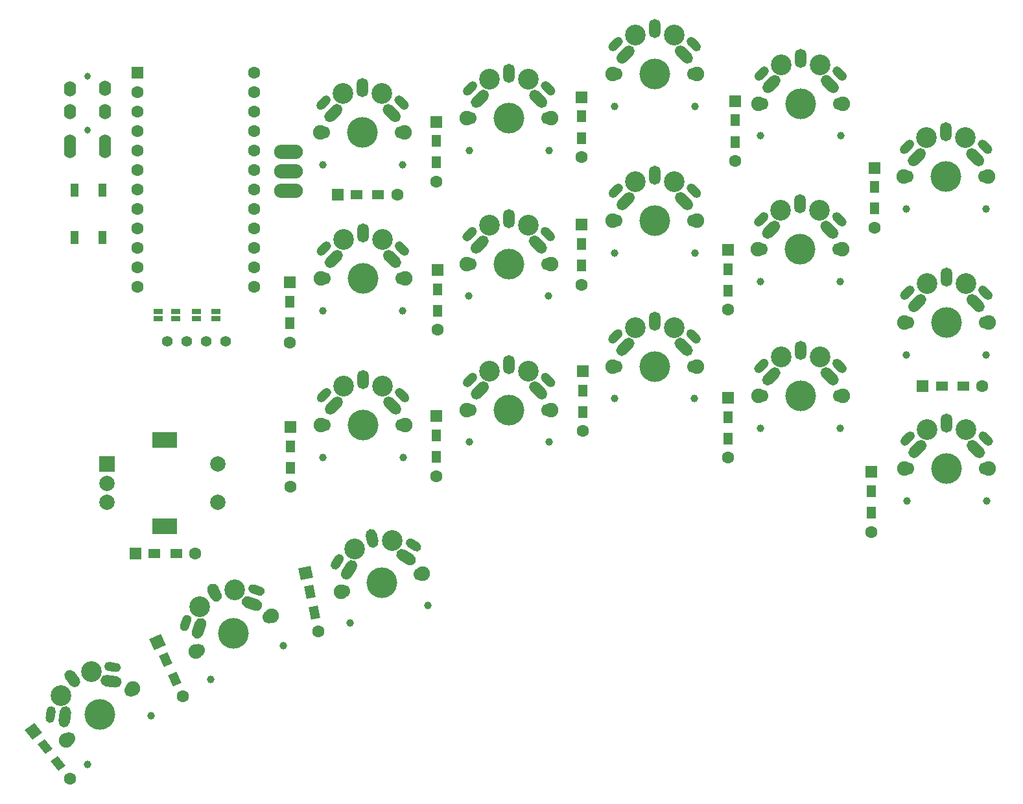
<source format=gbr>
%TF.GenerationSoftware,KiCad,Pcbnew,(5.1.7)-1*%
%TF.CreationDate,2021-07-07T20:11:58+05:30*%
%TF.ProjectId,Pteron36v0,50746572-6f6e-4333-9676-302e6b696361,rev?*%
%TF.SameCoordinates,Original*%
%TF.FileFunction,Soldermask,Bot*%
%TF.FilePolarity,Negative*%
%FSLAX46Y46*%
G04 Gerber Fmt 4.6, Leading zero omitted, Abs format (unit mm)*
G04 Created by KiCad (PCBNEW (5.1.7)-1) date 2021-07-07 20:11:58*
%MOMM*%
%LPD*%
G01*
G04 APERTURE LIST*
%ADD10C,1.000000*%
%ADD11C,2.700000*%
%ADD12C,1.700000*%
%ADD13C,4.000000*%
%ADD14C,1.900000*%
%ADD15O,1.500000X2.500000*%
%ADD16O,1.600000X2.000000*%
%ADD17C,0.800000*%
%ADD18C,1.600000*%
%ADD19R,1.600000X1.600000*%
%ADD20R,2.000000X2.000000*%
%ADD21C,2.000000*%
%ADD22R,3.200000X2.000000*%
%ADD23R,1.600000X1.200000*%
%ADD24R,1.100000X1.800000*%
%ADD25O,3.759200X1.879600*%
%ADD26R,1.200000X1.600000*%
%ADD27C,0.100000*%
%ADD28R,1.270000X0.635000*%
%ADD29C,1.397000*%
G04 APERTURE END LIST*
D10*
%TO.C,SW13*%
X173339050Y-72444902D03*
D11*
X181099050Y-63164902D03*
X176019050Y-63164902D03*
G36*
G01*
X181379101Y-64714953D02*
X181379101Y-64714953D01*
G75*
G02*
X182439761Y-64714953I530330J-530330D01*
G01*
X183358999Y-65634191D01*
G75*
G02*
X183358999Y-66694851I-530330J-530330D01*
G01*
X183358999Y-66694851D01*
G75*
G02*
X182298339Y-66694851I-530330J530330D01*
G01*
X181379101Y-65775613D01*
G75*
G02*
X181379101Y-64714953I530330J530330D01*
G01*
G37*
D12*
X183639050Y-68244902D03*
X173479050Y-68244902D03*
D13*
X178559050Y-68244902D03*
G36*
G01*
X173759101Y-66694851D02*
X173759101Y-66694851D01*
G75*
G02*
X173759101Y-65634191I530330J530330D01*
G01*
X174678339Y-64714953D01*
G75*
G02*
X175738999Y-64714953I530330J-530330D01*
G01*
X175738999Y-64714953D01*
G75*
G02*
X175738999Y-65775613I-530330J-530330D01*
G01*
X174819761Y-66694851D01*
G75*
G02*
X173759101Y-66694851I-530330J530330D01*
G01*
G37*
D14*
X173059050Y-68244902D03*
X184059050Y-68244902D03*
G36*
G01*
X172681233Y-65122719D02*
X172681233Y-65122719D01*
G75*
G02*
X172681233Y-64274191I424264J424264D01*
G01*
X173388339Y-63567085D01*
G75*
G02*
X174236867Y-63567085I424264J-424264D01*
G01*
X174236867Y-63567085D01*
G75*
G02*
X174236867Y-64415613I-424264J-424264D01*
G01*
X173529761Y-65122719D01*
G75*
G02*
X172681233Y-65122719I-424264J424264D01*
G01*
G37*
G36*
G01*
X182881233Y-63567085D02*
X182881233Y-63567085D01*
G75*
G02*
X183729761Y-63567085I424264J-424264D01*
G01*
X184436867Y-64274191D01*
G75*
G02*
X184436867Y-65122719I-424264J-424264D01*
G01*
X184436867Y-65122719D01*
G75*
G02*
X183588339Y-65122719I-424264J424264D01*
G01*
X182881233Y-64415613D01*
G75*
G02*
X182881233Y-63567085I424264J424264D01*
G01*
G37*
D15*
X178559050Y-62344902D03*
D10*
X183779050Y-72444902D03*
%TD*%
%TO.C,SW8*%
X192416781Y-82021391D03*
D11*
X200176781Y-72741391D03*
X195096781Y-72741391D03*
G36*
G01*
X200456832Y-74291442D02*
X200456832Y-74291442D01*
G75*
G02*
X201517492Y-74291442I530330J-530330D01*
G01*
X202436730Y-75210680D01*
G75*
G02*
X202436730Y-76271340I-530330J-530330D01*
G01*
X202436730Y-76271340D01*
G75*
G02*
X201376070Y-76271340I-530330J530330D01*
G01*
X200456832Y-75352102D01*
G75*
G02*
X200456832Y-74291442I530330J530330D01*
G01*
G37*
D12*
X202716781Y-77821391D03*
X192556781Y-77821391D03*
D13*
X197636781Y-77821391D03*
G36*
G01*
X192836832Y-76271340D02*
X192836832Y-76271340D01*
G75*
G02*
X192836832Y-75210680I530330J530330D01*
G01*
X193756070Y-74291442D01*
G75*
G02*
X194816730Y-74291442I530330J-530330D01*
G01*
X194816730Y-74291442D01*
G75*
G02*
X194816730Y-75352102I-530330J-530330D01*
G01*
X193897492Y-76271340D01*
G75*
G02*
X192836832Y-76271340I-530330J530330D01*
G01*
G37*
D14*
X192136781Y-77821391D03*
X203136781Y-77821391D03*
G36*
G01*
X191758964Y-74699208D02*
X191758964Y-74699208D01*
G75*
G02*
X191758964Y-73850680I424264J424264D01*
G01*
X192466070Y-73143574D01*
G75*
G02*
X193314598Y-73143574I424264J-424264D01*
G01*
X193314598Y-73143574D01*
G75*
G02*
X193314598Y-73992102I-424264J-424264D01*
G01*
X192607492Y-74699208D01*
G75*
G02*
X191758964Y-74699208I-424264J424264D01*
G01*
G37*
G36*
G01*
X201958964Y-73143574D02*
X201958964Y-73143574D01*
G75*
G02*
X202807492Y-73143574I424264J-424264D01*
G01*
X203514598Y-73850680D01*
G75*
G02*
X203514598Y-74699208I-424264J-424264D01*
G01*
X203514598Y-74699208D01*
G75*
G02*
X202666070Y-74699208I-424264J424264D01*
G01*
X201958964Y-73992102D01*
G75*
G02*
X201958964Y-73143574I424264J424264D01*
G01*
G37*
D15*
X197636781Y-71921391D03*
D10*
X202856781Y-82021391D03*
%TD*%
%TO.C,SW7*%
X192373133Y-62986490D03*
D11*
X200133133Y-53706490D03*
X195053133Y-53706490D03*
G36*
G01*
X200413184Y-55256541D02*
X200413184Y-55256541D01*
G75*
G02*
X201473844Y-55256541I530330J-530330D01*
G01*
X202393082Y-56175779D01*
G75*
G02*
X202393082Y-57236439I-530330J-530330D01*
G01*
X202393082Y-57236439D01*
G75*
G02*
X201332422Y-57236439I-530330J530330D01*
G01*
X200413184Y-56317201D01*
G75*
G02*
X200413184Y-55256541I530330J530330D01*
G01*
G37*
D12*
X202673133Y-58786490D03*
X192513133Y-58786490D03*
D13*
X197593133Y-58786490D03*
G36*
G01*
X192793184Y-57236439D02*
X192793184Y-57236439D01*
G75*
G02*
X192793184Y-56175779I530330J530330D01*
G01*
X193712422Y-55256541D01*
G75*
G02*
X194773082Y-55256541I530330J-530330D01*
G01*
X194773082Y-55256541D01*
G75*
G02*
X194773082Y-56317201I-530330J-530330D01*
G01*
X193853844Y-57236439D01*
G75*
G02*
X192793184Y-57236439I-530330J530330D01*
G01*
G37*
D14*
X192093133Y-58786490D03*
X203093133Y-58786490D03*
G36*
G01*
X191715316Y-55664307D02*
X191715316Y-55664307D01*
G75*
G02*
X191715316Y-54815779I424264J424264D01*
G01*
X192422422Y-54108673D01*
G75*
G02*
X193270950Y-54108673I424264J-424264D01*
G01*
X193270950Y-54108673D01*
G75*
G02*
X193270950Y-54957201I-424264J-424264D01*
G01*
X192563844Y-55664307D01*
G75*
G02*
X191715316Y-55664307I-424264J424264D01*
G01*
G37*
G36*
G01*
X201915316Y-54108673D02*
X201915316Y-54108673D01*
G75*
G02*
X202763844Y-54108673I424264J-424264D01*
G01*
X203470950Y-54815779D01*
G75*
G02*
X203470950Y-55664307I-424264J-424264D01*
G01*
X203470950Y-55664307D01*
G75*
G02*
X202622422Y-55664307I-424264J424264D01*
G01*
X201915316Y-54957201D01*
G75*
G02*
X201915316Y-54108673I424264J424264D01*
G01*
G37*
D15*
X197593133Y-52886490D03*
D10*
X202813133Y-62986490D03*
%TD*%
%TO.C,SW12*%
X173385960Y-53434275D03*
D11*
X181145960Y-44154275D03*
X176065960Y-44154275D03*
G36*
G01*
X181426011Y-45704326D02*
X181426011Y-45704326D01*
G75*
G02*
X182486671Y-45704326I530330J-530330D01*
G01*
X183405909Y-46623564D01*
G75*
G02*
X183405909Y-47684224I-530330J-530330D01*
G01*
X183405909Y-47684224D01*
G75*
G02*
X182345249Y-47684224I-530330J530330D01*
G01*
X181426011Y-46764986D01*
G75*
G02*
X181426011Y-45704326I530330J530330D01*
G01*
G37*
D12*
X183685960Y-49234275D03*
X173525960Y-49234275D03*
D13*
X178605960Y-49234275D03*
G36*
G01*
X173806011Y-47684224D02*
X173806011Y-47684224D01*
G75*
G02*
X173806011Y-46623564I530330J530330D01*
G01*
X174725249Y-45704326D01*
G75*
G02*
X175785909Y-45704326I530330J-530330D01*
G01*
X175785909Y-45704326D01*
G75*
G02*
X175785909Y-46764986I-530330J-530330D01*
G01*
X174866671Y-47684224D01*
G75*
G02*
X173806011Y-47684224I-530330J530330D01*
G01*
G37*
D14*
X173105960Y-49234275D03*
X184105960Y-49234275D03*
G36*
G01*
X172728143Y-46112092D02*
X172728143Y-46112092D01*
G75*
G02*
X172728143Y-45263564I424264J424264D01*
G01*
X173435249Y-44556458D01*
G75*
G02*
X174283777Y-44556458I424264J-424264D01*
G01*
X174283777Y-44556458D01*
G75*
G02*
X174283777Y-45404986I-424264J-424264D01*
G01*
X173576671Y-46112092D01*
G75*
G02*
X172728143Y-46112092I-424264J424264D01*
G01*
G37*
G36*
G01*
X182928143Y-44556458D02*
X182928143Y-44556458D01*
G75*
G02*
X183776671Y-44556458I424264J-424264D01*
G01*
X184483777Y-45263564D01*
G75*
G02*
X184483777Y-46112092I-424264J-424264D01*
G01*
X184483777Y-46112092D01*
G75*
G02*
X183635249Y-46112092I-424264J424264D01*
G01*
X182928143Y-45404986D01*
G75*
G02*
X182928143Y-44556458I424264J424264D01*
G01*
G37*
D15*
X178605960Y-43334275D03*
D10*
X183825960Y-53434275D03*
%TD*%
%TO.C,SW22*%
X135307926Y-55363438D03*
D11*
X143067926Y-46083438D03*
X137987926Y-46083438D03*
G36*
G01*
X143347977Y-47633489D02*
X143347977Y-47633489D01*
G75*
G02*
X144408637Y-47633489I530330J-530330D01*
G01*
X145327875Y-48552727D01*
G75*
G02*
X145327875Y-49613387I-530330J-530330D01*
G01*
X145327875Y-49613387D01*
G75*
G02*
X144267215Y-49613387I-530330J530330D01*
G01*
X143347977Y-48694149D01*
G75*
G02*
X143347977Y-47633489I530330J530330D01*
G01*
G37*
D12*
X145607926Y-51163438D03*
X135447926Y-51163438D03*
D13*
X140527926Y-51163438D03*
G36*
G01*
X135727977Y-49613387D02*
X135727977Y-49613387D01*
G75*
G02*
X135727977Y-48552727I530330J530330D01*
G01*
X136647215Y-47633489D01*
G75*
G02*
X137707875Y-47633489I530330J-530330D01*
G01*
X137707875Y-47633489D01*
G75*
G02*
X137707875Y-48694149I-530330J-530330D01*
G01*
X136788637Y-49613387D01*
G75*
G02*
X135727977Y-49613387I-530330J530330D01*
G01*
G37*
D14*
X135027926Y-51163438D03*
X146027926Y-51163438D03*
G36*
G01*
X134650109Y-48041255D02*
X134650109Y-48041255D01*
G75*
G02*
X134650109Y-47192727I424264J424264D01*
G01*
X135357215Y-46485621D01*
G75*
G02*
X136205743Y-46485621I424264J-424264D01*
G01*
X136205743Y-46485621D01*
G75*
G02*
X136205743Y-47334149I-424264J-424264D01*
G01*
X135498637Y-48041255D01*
G75*
G02*
X134650109Y-48041255I-424264J424264D01*
G01*
G37*
G36*
G01*
X144850109Y-46485621D02*
X144850109Y-46485621D01*
G75*
G02*
X145698637Y-46485621I424264J-424264D01*
G01*
X146405743Y-47192727D01*
G75*
G02*
X146405743Y-48041255I-424264J-424264D01*
G01*
X146405743Y-48041255D01*
G75*
G02*
X145557215Y-48041255I-424264J424264D01*
G01*
X144850109Y-47334149D01*
G75*
G02*
X144850109Y-46485621I424264J424264D01*
G01*
G37*
D15*
X140527926Y-45263438D03*
D10*
X145747926Y-55363438D03*
%TD*%
%TO.C,SW26*%
X116174232Y-57224690D03*
D11*
X123934232Y-47944690D03*
X118854232Y-47944690D03*
G36*
G01*
X124214283Y-49494741D02*
X124214283Y-49494741D01*
G75*
G02*
X125274943Y-49494741I530330J-530330D01*
G01*
X126194181Y-50413979D01*
G75*
G02*
X126194181Y-51474639I-530330J-530330D01*
G01*
X126194181Y-51474639D01*
G75*
G02*
X125133521Y-51474639I-530330J530330D01*
G01*
X124214283Y-50555401D01*
G75*
G02*
X124214283Y-49494741I530330J530330D01*
G01*
G37*
D12*
X126474232Y-53024690D03*
X116314232Y-53024690D03*
D13*
X121394232Y-53024690D03*
G36*
G01*
X116594283Y-51474639D02*
X116594283Y-51474639D01*
G75*
G02*
X116594283Y-50413979I530330J530330D01*
G01*
X117513521Y-49494741D01*
G75*
G02*
X118574181Y-49494741I530330J-530330D01*
G01*
X118574181Y-49494741D01*
G75*
G02*
X118574181Y-50555401I-530330J-530330D01*
G01*
X117654943Y-51474639D01*
G75*
G02*
X116594283Y-51474639I-530330J530330D01*
G01*
G37*
D14*
X115894232Y-53024690D03*
X126894232Y-53024690D03*
G36*
G01*
X115516415Y-49902507D02*
X115516415Y-49902507D01*
G75*
G02*
X115516415Y-49053979I424264J424264D01*
G01*
X116223521Y-48346873D01*
G75*
G02*
X117072049Y-48346873I424264J-424264D01*
G01*
X117072049Y-48346873D01*
G75*
G02*
X117072049Y-49195401I-424264J-424264D01*
G01*
X116364943Y-49902507D01*
G75*
G02*
X115516415Y-49902507I-424264J424264D01*
G01*
G37*
G36*
G01*
X125716415Y-48346873D02*
X125716415Y-48346873D01*
G75*
G02*
X126564943Y-48346873I424264J-424264D01*
G01*
X127272049Y-49053979D01*
G75*
G02*
X127272049Y-49902507I-424264J-424264D01*
G01*
X127272049Y-49902507D01*
G75*
G02*
X126423521Y-49902507I-424264J424264D01*
G01*
X125716415Y-49195401D01*
G75*
G02*
X125716415Y-48346873I424264J424264D01*
G01*
G37*
D15*
X121394232Y-47124690D03*
D10*
X126614232Y-57224690D03*
%TD*%
%TO.C,SW28*%
X116237254Y-95385035D03*
D11*
X123997254Y-86105035D03*
X118917254Y-86105035D03*
G36*
G01*
X124277305Y-87655086D02*
X124277305Y-87655086D01*
G75*
G02*
X125337965Y-87655086I530330J-530330D01*
G01*
X126257203Y-88574324D01*
G75*
G02*
X126257203Y-89634984I-530330J-530330D01*
G01*
X126257203Y-89634984D01*
G75*
G02*
X125196543Y-89634984I-530330J530330D01*
G01*
X124277305Y-88715746D01*
G75*
G02*
X124277305Y-87655086I530330J530330D01*
G01*
G37*
D12*
X126537254Y-91185035D03*
X116377254Y-91185035D03*
D13*
X121457254Y-91185035D03*
G36*
G01*
X116657305Y-89634984D02*
X116657305Y-89634984D01*
G75*
G02*
X116657305Y-88574324I530330J530330D01*
G01*
X117576543Y-87655086D01*
G75*
G02*
X118637203Y-87655086I530330J-530330D01*
G01*
X118637203Y-87655086D01*
G75*
G02*
X118637203Y-88715746I-530330J-530330D01*
G01*
X117717965Y-89634984D01*
G75*
G02*
X116657305Y-89634984I-530330J530330D01*
G01*
G37*
D14*
X115957254Y-91185035D03*
X126957254Y-91185035D03*
G36*
G01*
X115579437Y-88062852D02*
X115579437Y-88062852D01*
G75*
G02*
X115579437Y-87214324I424264J424264D01*
G01*
X116286543Y-86507218D01*
G75*
G02*
X117135071Y-86507218I424264J-424264D01*
G01*
X117135071Y-86507218D01*
G75*
G02*
X117135071Y-87355746I-424264J-424264D01*
G01*
X116427965Y-88062852D01*
G75*
G02*
X115579437Y-88062852I-424264J424264D01*
G01*
G37*
G36*
G01*
X125779437Y-86507218D02*
X125779437Y-86507218D01*
G75*
G02*
X126627965Y-86507218I424264J-424264D01*
G01*
X127335071Y-87214324D01*
G75*
G02*
X127335071Y-88062852I-424264J-424264D01*
G01*
X127335071Y-88062852D01*
G75*
G02*
X126486543Y-88062852I-424264J424264D01*
G01*
X125779437Y-87355746D01*
G75*
G02*
X125779437Y-86507218I424264J424264D01*
G01*
G37*
D15*
X121457254Y-85285035D03*
D10*
X126677254Y-95385035D03*
%TD*%
%TO.C,SW27*%
X116217875Y-76259585D03*
D11*
X123977875Y-66979585D03*
X118897875Y-66979585D03*
G36*
G01*
X124257926Y-68529636D02*
X124257926Y-68529636D01*
G75*
G02*
X125318586Y-68529636I530330J-530330D01*
G01*
X126237824Y-69448874D01*
G75*
G02*
X126237824Y-70509534I-530330J-530330D01*
G01*
X126237824Y-70509534D01*
G75*
G02*
X125177164Y-70509534I-530330J530330D01*
G01*
X124257926Y-69590296D01*
G75*
G02*
X124257926Y-68529636I530330J530330D01*
G01*
G37*
D12*
X126517875Y-72059585D03*
X116357875Y-72059585D03*
D13*
X121437875Y-72059585D03*
G36*
G01*
X116637926Y-70509534D02*
X116637926Y-70509534D01*
G75*
G02*
X116637926Y-69448874I530330J530330D01*
G01*
X117557164Y-68529636D01*
G75*
G02*
X118617824Y-68529636I530330J-530330D01*
G01*
X118617824Y-68529636D01*
G75*
G02*
X118617824Y-69590296I-530330J-530330D01*
G01*
X117698586Y-70509534D01*
G75*
G02*
X116637926Y-70509534I-530330J530330D01*
G01*
G37*
D14*
X115937875Y-72059585D03*
X126937875Y-72059585D03*
G36*
G01*
X115560058Y-68937402D02*
X115560058Y-68937402D01*
G75*
G02*
X115560058Y-68088874I424264J424264D01*
G01*
X116267164Y-67381768D01*
G75*
G02*
X117115692Y-67381768I424264J-424264D01*
G01*
X117115692Y-67381768D01*
G75*
G02*
X117115692Y-68230296I-424264J-424264D01*
G01*
X116408586Y-68937402D01*
G75*
G02*
X115560058Y-68937402I-424264J424264D01*
G01*
G37*
G36*
G01*
X125760058Y-67381768D02*
X125760058Y-67381768D01*
G75*
G02*
X126608586Y-67381768I424264J-424264D01*
G01*
X127315692Y-68088874D01*
G75*
G02*
X127315692Y-68937402I-424264J-424264D01*
G01*
X127315692Y-68937402D01*
G75*
G02*
X126467164Y-68937402I-424264J424264D01*
G01*
X125760058Y-68230296D01*
G75*
G02*
X125760058Y-67381768I424264J424264D01*
G01*
G37*
D15*
X121437875Y-66159585D03*
D10*
X126657875Y-76259585D03*
%TD*%
%TO.C,SW24*%
X135304659Y-93408960D03*
D11*
X143064659Y-84128960D03*
X137984659Y-84128960D03*
G36*
G01*
X143344710Y-85679011D02*
X143344710Y-85679011D01*
G75*
G02*
X144405370Y-85679011I530330J-530330D01*
G01*
X145324608Y-86598249D01*
G75*
G02*
X145324608Y-87658909I-530330J-530330D01*
G01*
X145324608Y-87658909D01*
G75*
G02*
X144263948Y-87658909I-530330J530330D01*
G01*
X143344710Y-86739671D01*
G75*
G02*
X143344710Y-85679011I530330J530330D01*
G01*
G37*
D12*
X145604659Y-89208960D03*
X135444659Y-89208960D03*
D13*
X140524659Y-89208960D03*
G36*
G01*
X135724710Y-87658909D02*
X135724710Y-87658909D01*
G75*
G02*
X135724710Y-86598249I530330J530330D01*
G01*
X136643948Y-85679011D01*
G75*
G02*
X137704608Y-85679011I530330J-530330D01*
G01*
X137704608Y-85679011D01*
G75*
G02*
X137704608Y-86739671I-530330J-530330D01*
G01*
X136785370Y-87658909D01*
G75*
G02*
X135724710Y-87658909I-530330J530330D01*
G01*
G37*
D14*
X135024659Y-89208960D03*
X146024659Y-89208960D03*
G36*
G01*
X134646842Y-86086777D02*
X134646842Y-86086777D01*
G75*
G02*
X134646842Y-85238249I424264J424264D01*
G01*
X135353948Y-84531143D01*
G75*
G02*
X136202476Y-84531143I424264J-424264D01*
G01*
X136202476Y-84531143D01*
G75*
G02*
X136202476Y-85379671I-424264J-424264D01*
G01*
X135495370Y-86086777D01*
G75*
G02*
X134646842Y-86086777I-424264J424264D01*
G01*
G37*
G36*
G01*
X144846842Y-84531143D02*
X144846842Y-84531143D01*
G75*
G02*
X145695370Y-84531143I424264J-424264D01*
G01*
X146402476Y-85238249D01*
G75*
G02*
X146402476Y-86086777I-424264J-424264D01*
G01*
X146402476Y-86086777D01*
G75*
G02*
X145553948Y-86086777I-424264J424264D01*
G01*
X144846842Y-85379671D01*
G75*
G02*
X144846842Y-84531143I424264J424264D01*
G01*
G37*
D15*
X140524659Y-83308960D03*
D10*
X145744659Y-93408960D03*
%TD*%
%TO.C,SW23*%
X135261015Y-74374064D03*
D11*
X143021015Y-65094064D03*
X137941015Y-65094064D03*
G36*
G01*
X143301066Y-66644115D02*
X143301066Y-66644115D01*
G75*
G02*
X144361726Y-66644115I530330J-530330D01*
G01*
X145280964Y-67563353D01*
G75*
G02*
X145280964Y-68624013I-530330J-530330D01*
G01*
X145280964Y-68624013D01*
G75*
G02*
X144220304Y-68624013I-530330J530330D01*
G01*
X143301066Y-67704775D01*
G75*
G02*
X143301066Y-66644115I530330J530330D01*
G01*
G37*
D12*
X145561015Y-70174064D03*
X135401015Y-70174064D03*
D13*
X140481015Y-70174064D03*
G36*
G01*
X135681066Y-68624013D02*
X135681066Y-68624013D01*
G75*
G02*
X135681066Y-67563353I530330J530330D01*
G01*
X136600304Y-66644115D01*
G75*
G02*
X137660964Y-66644115I530330J-530330D01*
G01*
X137660964Y-66644115D01*
G75*
G02*
X137660964Y-67704775I-530330J-530330D01*
G01*
X136741726Y-68624013D01*
G75*
G02*
X135681066Y-68624013I-530330J530330D01*
G01*
G37*
D14*
X134981015Y-70174064D03*
X145981015Y-70174064D03*
G36*
G01*
X134603198Y-67051881D02*
X134603198Y-67051881D01*
G75*
G02*
X134603198Y-66203353I424264J424264D01*
G01*
X135310304Y-65496247D01*
G75*
G02*
X136158832Y-65496247I424264J-424264D01*
G01*
X136158832Y-65496247D01*
G75*
G02*
X136158832Y-66344775I-424264J-424264D01*
G01*
X135451726Y-67051881D01*
G75*
G02*
X134603198Y-67051881I-424264J424264D01*
G01*
G37*
G36*
G01*
X144803198Y-65496247D02*
X144803198Y-65496247D01*
G75*
G02*
X145651726Y-65496247I424264J-424264D01*
G01*
X146358832Y-66203353D01*
G75*
G02*
X146358832Y-67051881I-424264J-424264D01*
G01*
X146358832Y-67051881D01*
G75*
G02*
X145510304Y-67051881I-424264J424264D01*
G01*
X144803198Y-66344775D01*
G75*
G02*
X144803198Y-65496247I424264J424264D01*
G01*
G37*
D15*
X140481015Y-64274064D03*
D10*
X145701015Y-74374064D03*
%TD*%
%TO.C,SW20*%
X85489949Y-135457668D03*
D11*
X85997064Y-123371360D03*
X81966829Y-126463868D03*
G36*
G01*
X87162854Y-124430613D02*
X87162854Y-124430613D01*
G75*
G02*
X88004333Y-123784924I743584J-97895D01*
G01*
X89293211Y-123954608D01*
G75*
G02*
X89938900Y-124796087I-97895J-743584D01*
G01*
X89938900Y-124796087D01*
G75*
G02*
X89097421Y-125441776I-743584J97895D01*
G01*
X87808543Y-125272092D01*
G75*
G02*
X87162854Y-124430613I97895J743584D01*
G01*
G37*
D12*
X91104690Y-125855341D03*
X83044220Y-132040357D03*
D13*
X87074455Y-128947849D03*
G36*
G01*
X82322788Y-130640136D02*
X82322788Y-130640136D01*
G75*
G02*
X81677099Y-129798657I97895J743584D01*
G01*
X81846783Y-128509779D01*
G75*
G02*
X82688262Y-127864090I743584J-97895D01*
G01*
X82688262Y-127864090D01*
G75*
G02*
X83333951Y-128705569I-97895J-743584D01*
G01*
X83164267Y-129994447D01*
G75*
G02*
X82322788Y-130640136I-743584J97895D01*
G01*
G37*
D14*
X82711012Y-132296037D03*
X91437898Y-125599661D03*
G36*
G01*
X80510604Y-130049043D02*
X80510604Y-130049043D01*
G75*
G02*
X79994053Y-129375860I78316J594867D01*
G01*
X80124579Y-128384416D01*
G75*
G02*
X80797762Y-127867865I594867J-78316D01*
G01*
X80797762Y-127867865D01*
G75*
G02*
X81314313Y-128541048I-78316J-594867D01*
G01*
X81183787Y-129532492D01*
G75*
G02*
X80510604Y-130049043I-594867J78316D01*
G01*
G37*
G36*
G01*
X87655798Y-122605509D02*
X87655798Y-122605509D01*
G75*
G02*
X88328981Y-122088958I594867J-78316D01*
G01*
X89320425Y-122219484D01*
G75*
G02*
X89836976Y-122892667I-78316J-594867D01*
G01*
X89836976Y-122892667D01*
G75*
G02*
X89163793Y-123409218I-594867J78316D01*
G01*
X88172349Y-123278692D01*
G75*
G02*
X87655798Y-122605509I78316J594867D01*
G01*
G37*
G36*
G01*
X84243715Y-125258756D02*
X84243715Y-125258756D01*
G75*
G02*
X83192129Y-125120312I-456571J595015D01*
G01*
X82583367Y-124326958D01*
G75*
G02*
X82721811Y-123275372I595015J456571D01*
G01*
X82721811Y-123275372D01*
G75*
G02*
X83773397Y-123413816I456571J-595015D01*
G01*
X84382159Y-124207170D01*
G75*
G02*
X84243715Y-125258756I-595015J-456571D01*
G01*
G37*
D10*
X93772557Y-129102198D03*
%TD*%
%TO.C,SW19*%
X154297991Y-87724865D03*
D11*
X162057991Y-78444865D03*
X156977991Y-78444865D03*
G36*
G01*
X162338042Y-79994916D02*
X162338042Y-79994916D01*
G75*
G02*
X163398702Y-79994916I530330J-530330D01*
G01*
X164317940Y-80914154D01*
G75*
G02*
X164317940Y-81974814I-530330J-530330D01*
G01*
X164317940Y-81974814D01*
G75*
G02*
X163257280Y-81974814I-530330J530330D01*
G01*
X162338042Y-81055576D01*
G75*
G02*
X162338042Y-79994916I530330J530330D01*
G01*
G37*
D12*
X164597991Y-83524865D03*
X154437991Y-83524865D03*
D13*
X159517991Y-83524865D03*
G36*
G01*
X154718042Y-81974814D02*
X154718042Y-81974814D01*
G75*
G02*
X154718042Y-80914154I530330J530330D01*
G01*
X155637280Y-79994916D01*
G75*
G02*
X156697940Y-79994916I530330J-530330D01*
G01*
X156697940Y-79994916D01*
G75*
G02*
X156697940Y-81055576I-530330J-530330D01*
G01*
X155778702Y-81974814D01*
G75*
G02*
X154718042Y-81974814I-530330J530330D01*
G01*
G37*
D14*
X154017991Y-83524865D03*
X165017991Y-83524865D03*
G36*
G01*
X153640174Y-80402682D02*
X153640174Y-80402682D01*
G75*
G02*
X153640174Y-79554154I424264J424264D01*
G01*
X154347280Y-78847048D01*
G75*
G02*
X155195808Y-78847048I424264J-424264D01*
G01*
X155195808Y-78847048D01*
G75*
G02*
X155195808Y-79695576I-424264J-424264D01*
G01*
X154488702Y-80402682D01*
G75*
G02*
X153640174Y-80402682I-424264J424264D01*
G01*
G37*
G36*
G01*
X163840174Y-78847048D02*
X163840174Y-78847048D01*
G75*
G02*
X164688702Y-78847048I424264J-424264D01*
G01*
X165395808Y-79554154D01*
G75*
G02*
X165395808Y-80402682I-424264J-424264D01*
G01*
X165395808Y-80402682D01*
G75*
G02*
X164547280Y-80402682I-424264J424264D01*
G01*
X163840174Y-79695576D01*
G75*
G02*
X163840174Y-78847048I424264J424264D01*
G01*
G37*
D15*
X159517991Y-77624865D03*
D10*
X164737991Y-87724865D03*
%TD*%
%TO.C,SW18*%
X154344908Y-68714237D03*
D11*
X162104908Y-59434237D03*
X157024908Y-59434237D03*
G36*
G01*
X162384959Y-60984288D02*
X162384959Y-60984288D01*
G75*
G02*
X163445619Y-60984288I530330J-530330D01*
G01*
X164364857Y-61903526D01*
G75*
G02*
X164364857Y-62964186I-530330J-530330D01*
G01*
X164364857Y-62964186D01*
G75*
G02*
X163304197Y-62964186I-530330J530330D01*
G01*
X162384959Y-62044948D01*
G75*
G02*
X162384959Y-60984288I530330J530330D01*
G01*
G37*
D12*
X164644908Y-64514237D03*
X154484908Y-64514237D03*
D13*
X159564908Y-64514237D03*
G36*
G01*
X154764959Y-62964186D02*
X154764959Y-62964186D01*
G75*
G02*
X154764959Y-61903526I530330J530330D01*
G01*
X155684197Y-60984288D01*
G75*
G02*
X156744857Y-60984288I530330J-530330D01*
G01*
X156744857Y-60984288D01*
G75*
G02*
X156744857Y-62044948I-530330J-530330D01*
G01*
X155825619Y-62964186D01*
G75*
G02*
X154764959Y-62964186I-530330J530330D01*
G01*
G37*
D14*
X154064908Y-64514237D03*
X165064908Y-64514237D03*
G36*
G01*
X153687091Y-61392054D02*
X153687091Y-61392054D01*
G75*
G02*
X153687091Y-60543526I424264J424264D01*
G01*
X154394197Y-59836420D01*
G75*
G02*
X155242725Y-59836420I424264J-424264D01*
G01*
X155242725Y-59836420D01*
G75*
G02*
X155242725Y-60684948I-424264J-424264D01*
G01*
X154535619Y-61392054D01*
G75*
G02*
X153687091Y-61392054I-424264J424264D01*
G01*
G37*
G36*
G01*
X163887091Y-59836420D02*
X163887091Y-59836420D01*
G75*
G02*
X164735619Y-59836420I424264J-424264D01*
G01*
X165442725Y-60543526D01*
G75*
G02*
X165442725Y-61392054I-424264J-424264D01*
G01*
X165442725Y-61392054D01*
G75*
G02*
X164594197Y-61392054I-424264J424264D01*
G01*
X163887091Y-60684948D01*
G75*
G02*
X163887091Y-59836420I424264J424264D01*
G01*
G37*
D15*
X159564908Y-58614237D03*
D10*
X164784908Y-68714237D03*
%TD*%
%TO.C,SW17*%
X154325524Y-49588787D03*
D11*
X162085524Y-40308787D03*
X157005524Y-40308787D03*
G36*
G01*
X162365575Y-41858838D02*
X162365575Y-41858838D01*
G75*
G02*
X163426235Y-41858838I530330J-530330D01*
G01*
X164345473Y-42778076D01*
G75*
G02*
X164345473Y-43838736I-530330J-530330D01*
G01*
X164345473Y-43838736D01*
G75*
G02*
X163284813Y-43838736I-530330J530330D01*
G01*
X162365575Y-42919498D01*
G75*
G02*
X162365575Y-41858838I530330J530330D01*
G01*
G37*
D12*
X164625524Y-45388787D03*
X154465524Y-45388787D03*
D13*
X159545524Y-45388787D03*
G36*
G01*
X154745575Y-43838736D02*
X154745575Y-43838736D01*
G75*
G02*
X154745575Y-42778076I530330J530330D01*
G01*
X155664813Y-41858838D01*
G75*
G02*
X156725473Y-41858838I530330J-530330D01*
G01*
X156725473Y-41858838D01*
G75*
G02*
X156725473Y-42919498I-530330J-530330D01*
G01*
X155806235Y-43838736D01*
G75*
G02*
X154745575Y-43838736I-530330J530330D01*
G01*
G37*
D14*
X154045524Y-45388787D03*
X165045524Y-45388787D03*
G36*
G01*
X153667707Y-42266604D02*
X153667707Y-42266604D01*
G75*
G02*
X153667707Y-41418076I424264J424264D01*
G01*
X154374813Y-40710970D01*
G75*
G02*
X155223341Y-40710970I424264J-424264D01*
G01*
X155223341Y-40710970D01*
G75*
G02*
X155223341Y-41559498I-424264J-424264D01*
G01*
X154516235Y-42266604D01*
G75*
G02*
X153667707Y-42266604I-424264J424264D01*
G01*
G37*
G36*
G01*
X163867707Y-40710970D02*
X163867707Y-40710970D01*
G75*
G02*
X164716235Y-40710970I424264J-424264D01*
G01*
X165423341Y-41418076D01*
G75*
G02*
X165423341Y-42266604I-424264J-424264D01*
G01*
X165423341Y-42266604D01*
G75*
G02*
X164574813Y-42266604I-424264J424264D01*
G01*
X163867707Y-41559498D01*
G75*
G02*
X163867707Y-40710970I424264J424264D01*
G01*
G37*
D15*
X159545524Y-39488787D03*
D10*
X164765524Y-49588787D03*
%TD*%
%TO.C,SW15*%
X101601911Y-124407090D03*
D11*
X104712962Y-112717036D03*
X100108918Y-114863937D03*
G36*
G01*
X105621854Y-114003505D02*
X105621854Y-114003505D01*
G75*
G02*
X106583138Y-113555251I704769J-256515D01*
G01*
X107804738Y-113999877D01*
G75*
G02*
X108252992Y-114961161I-256515J-704769D01*
G01*
X108252992Y-114961161D01*
G75*
G02*
X107291708Y-115409415I-704769J256515D01*
G01*
X106070108Y-114964789D01*
G75*
G02*
X105621854Y-114003505I256515J704769D01*
G01*
G37*
D12*
X109161885Y-116247629D03*
X99953797Y-120541431D03*
D13*
X104557841Y-118394530D03*
G36*
G01*
X99552530Y-119018253D02*
X99552530Y-119018253D01*
G75*
G02*
X99104276Y-118056969I256515J704769D01*
G01*
X99548902Y-116835369D01*
G75*
G02*
X100510186Y-116387115I704769J-256515D01*
G01*
X100510186Y-116387115D01*
G75*
G02*
X100958440Y-117348399I-256515J-704769D01*
G01*
X100513814Y-118569999D01*
G75*
G02*
X99552530Y-119018253I-704769J256515D01*
G01*
G37*
D14*
X99573148Y-120718930D03*
X109542534Y-116070130D03*
G36*
G01*
X97911238Y-118048945D02*
X97911238Y-118048945D01*
G75*
G02*
X97552634Y-117279917I205212J563816D01*
G01*
X97894654Y-116340225D01*
G75*
G02*
X98663682Y-115981621I563816J-205212D01*
G01*
X98663682Y-115981621D01*
G75*
G02*
X99022286Y-116750649I-205212J-563816D01*
G01*
X98680266Y-117690341D01*
G75*
G02*
X97911238Y-118048945I-563816J205212D01*
G01*
G37*
G36*
G01*
X106498137Y-112328354D02*
X106498137Y-112328354D01*
G75*
G02*
X107267165Y-111969750I563816J-205212D01*
G01*
X108206857Y-112311770D01*
G75*
G02*
X108565461Y-113080798I-205212J-563816D01*
G01*
X108565461Y-113080798D01*
G75*
G02*
X107796433Y-113439402I-563816J205212D01*
G01*
X106856741Y-113097382D01*
G75*
G02*
X106498137Y-112328354I205212J563816D01*
G01*
G37*
G36*
G01*
X102592666Y-114180199D02*
X102592666Y-114180199D01*
G75*
G02*
X101595971Y-113817432I-316964J679731D01*
G01*
X101173353Y-112911124D01*
G75*
G02*
X101536120Y-111914429I679731J316964D01*
G01*
X101536120Y-111914429D01*
G75*
G02*
X102532815Y-112277196I316964J-679731D01*
G01*
X102955433Y-113183504D01*
G75*
G02*
X102592666Y-114180199I-679731J-316964D01*
G01*
G37*
D10*
X111063764Y-119994955D03*
%TD*%
%TO.C,SW14*%
X173358424Y-91570348D03*
D11*
X181118424Y-82290348D03*
X176038424Y-82290348D03*
G36*
G01*
X181398475Y-83840399D02*
X181398475Y-83840399D01*
G75*
G02*
X182459135Y-83840399I530330J-530330D01*
G01*
X183378373Y-84759637D01*
G75*
G02*
X183378373Y-85820297I-530330J-530330D01*
G01*
X183378373Y-85820297D01*
G75*
G02*
X182317713Y-85820297I-530330J530330D01*
G01*
X181398475Y-84901059D01*
G75*
G02*
X181398475Y-83840399I530330J530330D01*
G01*
G37*
D12*
X183658424Y-87370348D03*
X173498424Y-87370348D03*
D13*
X178578424Y-87370348D03*
G36*
G01*
X173778475Y-85820297D02*
X173778475Y-85820297D01*
G75*
G02*
X173778475Y-84759637I530330J530330D01*
G01*
X174697713Y-83840399D01*
G75*
G02*
X175758373Y-83840399I530330J-530330D01*
G01*
X175758373Y-83840399D01*
G75*
G02*
X175758373Y-84901059I-530330J-530330D01*
G01*
X174839135Y-85820297D01*
G75*
G02*
X173778475Y-85820297I-530330J530330D01*
G01*
G37*
D14*
X173078424Y-87370348D03*
X184078424Y-87370348D03*
G36*
G01*
X172700607Y-84248165D02*
X172700607Y-84248165D01*
G75*
G02*
X172700607Y-83399637I424264J424264D01*
G01*
X173407713Y-82692531D01*
G75*
G02*
X174256241Y-82692531I424264J-424264D01*
G01*
X174256241Y-82692531D01*
G75*
G02*
X174256241Y-83541059I-424264J-424264D01*
G01*
X173549135Y-84248165D01*
G75*
G02*
X172700607Y-84248165I-424264J424264D01*
G01*
G37*
G36*
G01*
X182900607Y-82692531D02*
X182900607Y-82692531D01*
G75*
G02*
X183749135Y-82692531I424264J-424264D01*
G01*
X184456241Y-83399637D01*
G75*
G02*
X184456241Y-84248165I-424264J-424264D01*
G01*
X184456241Y-84248165D01*
G75*
G02*
X183607713Y-84248165I-424264J424264D01*
G01*
X182900607Y-83541059D01*
G75*
G02*
X182900607Y-82692531I424264J424264D01*
G01*
G37*
D15*
X178578424Y-81470348D03*
D10*
X183798424Y-91570348D03*
%TD*%
%TO.C,SW10*%
X119721410Y-116968849D03*
D11*
X125288908Y-106229251D03*
X120329324Y-107328764D03*
G36*
G01*
X125897812Y-107681944D02*
X125897812Y-107681944D01*
G75*
G02*
X126933331Y-107452375I632544J-402975D01*
G01*
X128029739Y-108150865D01*
G75*
G02*
X128259308Y-109186384I-402975J-632544D01*
G01*
X128259308Y-109186384D01*
G75*
G02*
X127223789Y-109415953I-632544J402975D01*
G01*
X126127381Y-108717463D01*
G75*
G02*
X125897812Y-107681944I402975J632544D01*
G01*
G37*
D12*
X128868213Y-110639078D03*
X118949045Y-112838104D03*
D13*
X123908629Y-111738591D03*
G36*
G01*
X118886965Y-111264182D02*
X118886965Y-111264182D01*
G75*
G02*
X118657396Y-110228663I402975J632544D01*
G01*
X119355886Y-109132255D01*
G75*
G02*
X120391405Y-108902686I632544J-402975D01*
G01*
X120391405Y-108902686D01*
G75*
G02*
X120620974Y-109938205I-402975J-632544D01*
G01*
X119922484Y-111034613D01*
G75*
G02*
X118886965Y-111264182I-632544J402975D01*
G01*
G37*
D14*
X118539001Y-112929009D03*
X129278257Y-110548173D03*
G36*
G01*
X117494375Y-109962610D02*
X117494375Y-109962610D01*
G75*
G02*
X117310720Y-109134195I322380J506035D01*
G01*
X117848020Y-108290803D01*
G75*
G02*
X118676435Y-108107148I506035J-322380D01*
G01*
X118676435Y-108107148D01*
G75*
G02*
X118860090Y-108935563I-322380J-506035D01*
G01*
X118322790Y-109778955D01*
G75*
G02*
X117494375Y-109962610I-506035J322380D01*
G01*
G37*
G36*
G01*
X127115893Y-106236165D02*
X127115893Y-106236165D01*
G75*
G02*
X127944308Y-106052510I506035J-322380D01*
G01*
X128787700Y-106589810D01*
G75*
G02*
X128971355Y-107418225I-322380J-506035D01*
G01*
X128971355Y-107418225D01*
G75*
G02*
X128142940Y-107601880I-506035J322380D01*
G01*
X127299548Y-107064580D01*
G75*
G02*
X127115893Y-106236165I322380J506035D01*
G01*
G37*
G36*
G01*
X122902185Y-107198815D02*
X122902185Y-107198815D01*
G75*
G02*
X122007633Y-106628923I-162330J732222D01*
G01*
X121791193Y-105652627D01*
G75*
G02*
X122361085Y-104758075I732222J162330D01*
G01*
X122361085Y-104758075D01*
G75*
G02*
X123255637Y-105327967I162330J-732222D01*
G01*
X123472077Y-106304263D01*
G75*
G02*
X122902185Y-107198815I-732222J-162330D01*
G01*
G37*
D10*
X129913941Y-114709219D03*
%TD*%
%TO.C,SW9*%
X192460423Y-101056291D03*
D11*
X200220423Y-91776291D03*
X195140423Y-91776291D03*
G36*
G01*
X200500474Y-93326342D02*
X200500474Y-93326342D01*
G75*
G02*
X201561134Y-93326342I530330J-530330D01*
G01*
X202480372Y-94245580D01*
G75*
G02*
X202480372Y-95306240I-530330J-530330D01*
G01*
X202480372Y-95306240D01*
G75*
G02*
X201419712Y-95306240I-530330J530330D01*
G01*
X200500474Y-94387002D01*
G75*
G02*
X200500474Y-93326342I530330J530330D01*
G01*
G37*
D12*
X202760423Y-96856291D03*
X192600423Y-96856291D03*
D13*
X197680423Y-96856291D03*
G36*
G01*
X192880474Y-95306240D02*
X192880474Y-95306240D01*
G75*
G02*
X192880474Y-94245580I530330J530330D01*
G01*
X193799712Y-93326342D01*
G75*
G02*
X194860372Y-93326342I530330J-530330D01*
G01*
X194860372Y-93326342D01*
G75*
G02*
X194860372Y-94387002I-530330J-530330D01*
G01*
X193941134Y-95306240D01*
G75*
G02*
X192880474Y-95306240I-530330J530330D01*
G01*
G37*
D14*
X192180423Y-96856291D03*
X203180423Y-96856291D03*
G36*
G01*
X191802606Y-93734108D02*
X191802606Y-93734108D01*
G75*
G02*
X191802606Y-92885580I424264J424264D01*
G01*
X192509712Y-92178474D01*
G75*
G02*
X193358240Y-92178474I424264J-424264D01*
G01*
X193358240Y-92178474D01*
G75*
G02*
X193358240Y-93027002I-424264J-424264D01*
G01*
X192651134Y-93734108D01*
G75*
G02*
X191802606Y-93734108I-424264J424264D01*
G01*
G37*
G36*
G01*
X202002606Y-92178474D02*
X202002606Y-92178474D01*
G75*
G02*
X202851134Y-92178474I424264J-424264D01*
G01*
X203558240Y-92885580D01*
G75*
G02*
X203558240Y-93734108I-424264J-424264D01*
G01*
X203558240Y-93734108D01*
G75*
G02*
X202709712Y-93734108I-424264J424264D01*
G01*
X202002606Y-93027002D01*
G75*
G02*
X202002606Y-92178474I424264J424264D01*
G01*
G37*
D15*
X197680423Y-90956291D03*
D10*
X202900423Y-101056291D03*
%TD*%
D16*
%TO.C,J2*%
X83171000Y-50305000D03*
D17*
X85471000Y-45705000D03*
X85471000Y-52705000D03*
D16*
X83171000Y-47305000D03*
X83171000Y-54305000D03*
X87771000Y-55405000D03*
%TD*%
D18*
%TO.C,U1*%
X107264200Y-45224700D03*
X107264200Y-47764700D03*
X107264200Y-50304700D03*
X107264200Y-52844700D03*
X107264200Y-55384700D03*
X107264200Y-57924700D03*
X107264200Y-60464700D03*
X107264200Y-63004700D03*
X107264200Y-65544700D03*
X107264200Y-68084700D03*
X107264200Y-70624700D03*
X107264200Y-73164700D03*
X92024200Y-73164700D03*
X92024200Y-70624700D03*
X92024200Y-68084700D03*
X92024200Y-65544700D03*
X92024200Y-63004700D03*
X92024200Y-60464700D03*
X92024200Y-57924700D03*
X92024200Y-55384700D03*
X92024200Y-52844700D03*
X92024200Y-50304700D03*
X92024200Y-47764700D03*
D19*
X92024200Y-45224700D03*
%TD*%
D20*
%TO.C,RE1*%
X88011000Y-96266000D03*
D21*
X88011000Y-98766000D03*
X88011000Y-101266000D03*
D22*
X95511000Y-93166000D03*
X95511000Y-104366000D03*
D21*
X102511000Y-96266000D03*
X102511000Y-101266000D03*
%TD*%
D19*
%TO.C,D_RE1*%
X91731000Y-107950000D03*
D18*
X99531000Y-107950000D03*
D23*
X94231000Y-107950000D03*
X97031000Y-107950000D03*
%TD*%
D24*
%TO.C,RST2*%
X87448000Y-66727000D03*
X87448000Y-60527000D03*
X83748000Y-66727000D03*
X83748000Y-60527000D03*
%TD*%
D25*
%TO.C,PWM_PAD1*%
X111760000Y-60579000D03*
X111760000Y-58039000D03*
X111760000Y-55499000D03*
%TD*%
D16*
%TO.C,J1*%
X87771000Y-50269000D03*
D17*
X85471000Y-45669000D03*
X85471000Y-52669000D03*
D16*
X87771000Y-47269000D03*
X87771000Y-54269000D03*
X83171000Y-55369000D03*
%TD*%
D19*
%TO.C,D8*%
X194550200Y-86080600D03*
D18*
X202350200Y-86080600D03*
D23*
X197050200Y-86080600D03*
X199850200Y-86080600D03*
%TD*%
D19*
%TO.C,D28*%
X111995245Y-91446640D03*
D18*
X111995245Y-99246640D03*
D26*
X111995245Y-93946640D03*
X111995245Y-96746640D03*
%TD*%
D19*
%TO.C,D27*%
X111903079Y-72592861D03*
D18*
X111903079Y-80392861D03*
D26*
X111903079Y-75092861D03*
X111903079Y-77892861D03*
%TD*%
D19*
%TO.C,D26*%
X118121600Y-61137800D03*
D18*
X125921600Y-61137800D03*
D23*
X120621600Y-61137800D03*
X123421600Y-61137800D03*
%TD*%
D19*
%TO.C,D24*%
X131007609Y-90038162D03*
D18*
X131007609Y-97838162D03*
D26*
X131007609Y-92538162D03*
X131007609Y-95338162D03*
%TD*%
D19*
%TO.C,D23*%
X131169349Y-70961240D03*
D18*
X131169349Y-78761240D03*
D26*
X131169349Y-73461240D03*
X131169349Y-76261240D03*
%TD*%
D19*
%TO.C,D22*%
X131017392Y-51606155D03*
D18*
X131017392Y-59406155D03*
D26*
X131017392Y-54106155D03*
X131017392Y-56906155D03*
%TD*%
D27*
%TO.C,D20*%
G36*
X79519522Y-131292596D02*
G01*
X78250156Y-132266614D01*
X77276138Y-130997248D01*
X78545504Y-130023230D01*
X79519522Y-131292596D01*
G37*
D18*
X83146170Y-137333078D03*
D27*
G36*
X82587287Y-135619121D02*
G01*
X81635263Y-136349635D01*
X80661245Y-135080269D01*
X81613269Y-134349755D01*
X82587287Y-135619121D01*
G37*
G36*
X80882755Y-133397731D02*
G01*
X79930731Y-134128245D01*
X78956713Y-132858879D01*
X79908737Y-132128365D01*
X80882755Y-133397731D01*
G37*
%TD*%
D19*
%TO.C,D19*%
X150192403Y-84165988D03*
D18*
X150192403Y-91965988D03*
D26*
X150192403Y-86665988D03*
X150192403Y-89465988D03*
%TD*%
D19*
%TO.C,D18*%
X149987000Y-65061000D03*
D18*
X149987000Y-72861000D03*
D26*
X149987000Y-67561000D03*
X149987000Y-70361000D03*
%TD*%
D19*
%TO.C,D17*%
X149987000Y-48424000D03*
D18*
X149987000Y-56224000D03*
D26*
X149987000Y-50924000D03*
X149987000Y-53724000D03*
%TD*%
D27*
%TO.C,D15*%
G36*
X95680930Y-119915352D02*
G01*
X94230837Y-120591541D01*
X93554648Y-119141448D01*
X95004741Y-118465259D01*
X95680930Y-119915352D01*
G37*
D18*
X97914211Y-126597600D03*
D27*
G36*
X97739545Y-124803306D02*
G01*
X96651976Y-125310448D01*
X95975787Y-123860356D01*
X97063356Y-123353214D01*
X97739545Y-124803306D01*
G37*
G36*
X96556213Y-122265644D02*
G01*
X95468644Y-122772786D01*
X94792455Y-121322694D01*
X95880024Y-120815552D01*
X96556213Y-122265644D01*
G37*
%TD*%
D19*
%TO.C,D14*%
X169116409Y-87631959D03*
D18*
X169116409Y-95431959D03*
D26*
X169116409Y-90131959D03*
X169116409Y-92931959D03*
%TD*%
D19*
%TO.C,D13*%
X169145564Y-68325398D03*
D18*
X169145564Y-76125398D03*
D26*
X169145564Y-70825398D03*
X169145564Y-73625398D03*
%TD*%
D19*
%TO.C,D12*%
X170053000Y-48932000D03*
D18*
X170053000Y-56732000D03*
D26*
X170053000Y-51432000D03*
X170053000Y-54232000D03*
%TD*%
D27*
%TO.C,D10*%
G36*
X114918074Y-111100331D02*
G01*
X113356001Y-111446634D01*
X113009698Y-109884561D01*
X114571771Y-109538258D01*
X114918074Y-111100331D01*
G37*
D18*
X115652114Y-118107554D03*
D27*
G36*
X115869944Y-116317987D02*
G01*
X114698389Y-116577715D01*
X114352086Y-115015641D01*
X115523641Y-114755913D01*
X115869944Y-116317987D01*
G37*
G36*
X115263914Y-113584359D02*
G01*
X114092359Y-113844087D01*
X113746056Y-112282013D01*
X114917611Y-112022285D01*
X115263914Y-113584359D01*
G37*
%TD*%
D19*
%TO.C,D9*%
X187873952Y-97316766D03*
D18*
X187873952Y-105116766D03*
D26*
X187873952Y-99816766D03*
X187873952Y-102616766D03*
%TD*%
D19*
%TO.C,D7*%
X188223421Y-57616973D03*
D18*
X188223421Y-65416973D03*
D26*
X188223421Y-60116973D03*
X188223421Y-62916973D03*
%TD*%
D28*
%TO.C,JP5*%
X102235000Y-77284580D03*
X102235000Y-76385420D03*
%TD*%
%TO.C,JP8*%
X94742000Y-77284580D03*
X94742000Y-76385420D03*
%TD*%
%TO.C,JP7*%
X97028000Y-77284580D03*
X97028000Y-76385420D03*
%TD*%
%TO.C,JP6*%
X99695000Y-77284580D03*
X99695000Y-76385420D03*
%TD*%
D29*
%TO.C,J3*%
X95885000Y-80264000D03*
X98425000Y-80264000D03*
X100965000Y-80264000D03*
X103505000Y-80264000D03*
%TD*%
M02*

</source>
